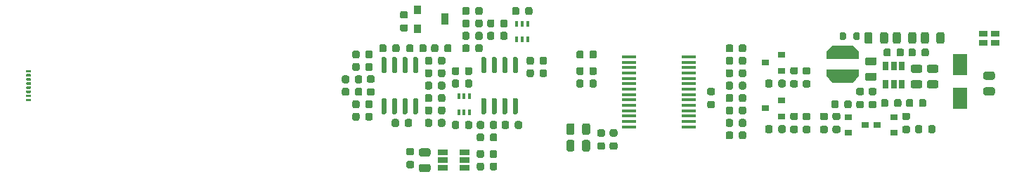
<source format=gtp>
G04 #@! TF.GenerationSoftware,KiCad,Pcbnew,5.1.8-db9833491~87~ubuntu20.04.1*
G04 #@! TF.CreationDate,2020-12-10T20:16:12-08:00*
G04 #@! TF.ProjectId,current-sense,63757272-656e-4742-9d73-656e73652e6b,rev?*
G04 #@! TF.SameCoordinates,Original*
G04 #@! TF.FileFunction,Paste,Top*
G04 #@! TF.FilePolarity,Positive*
%FSLAX46Y46*%
G04 Gerber Fmt 4.6, Leading zero omitted, Abs format (unit mm)*
G04 Created by KiCad (PCBNEW 5.1.8-db9833491~87~ubuntu20.04.1) date 2020-12-10 20:16:12*
%MOMM*%
%LPD*%
G01*
G04 APERTURE LIST*
%ADD10R,1.800000X2.500000*%
%ADD11R,0.900000X1.100000*%
%ADD12R,0.900000X1.400000*%
%ADD13C,0.100000*%
%ADD14R,0.900000X0.800000*%
%ADD15R,1.000000X0.800000*%
%ADD16R,0.650000X1.060000*%
%ADD17R,0.400000X0.650000*%
%ADD18R,1.750000X0.450000*%
%ADD19R,1.220000X0.650000*%
G04 APERTURE END LIST*
G36*
G01*
X56425000Y42250000D02*
X56425000Y41750000D01*
G75*
G02*
X56200000Y41525000I-225000J0D01*
G01*
X55750000Y41525000D01*
G75*
G02*
X55525000Y41750000I0J225000D01*
G01*
X55525000Y42250000D01*
G75*
G02*
X55750000Y42475000I225000J0D01*
G01*
X56200000Y42475000D01*
G75*
G02*
X56425000Y42250000I0J-225000D01*
G01*
G37*
G36*
G01*
X57975000Y42250000D02*
X57975000Y41750000D01*
G75*
G02*
X57750000Y41525000I-225000J0D01*
G01*
X57300000Y41525000D01*
G75*
G02*
X57075000Y41750000I0J225000D01*
G01*
X57075000Y42250000D01*
G75*
G02*
X57300000Y42475000I225000J0D01*
G01*
X57750000Y42475000D01*
G75*
G02*
X57975000Y42250000I0J-225000D01*
G01*
G37*
G36*
G01*
X70025000Y43725000D02*
X70025000Y43175000D01*
G75*
G02*
X69825000Y42975000I-200000J0D01*
G01*
X69425000Y42975000D01*
G75*
G02*
X69225000Y43175000I0J200000D01*
G01*
X69225000Y43725000D01*
G75*
G02*
X69425000Y43925000I200000J0D01*
G01*
X69825000Y43925000D01*
G75*
G02*
X70025000Y43725000I0J-200000D01*
G01*
G37*
G36*
G01*
X71675000Y43725000D02*
X71675000Y43175000D01*
G75*
G02*
X71475000Y42975000I-200000J0D01*
G01*
X71075000Y42975000D01*
G75*
G02*
X70875000Y43175000I0J200000D01*
G01*
X70875000Y43725000D01*
G75*
G02*
X71075000Y43925000I200000J0D01*
G01*
X71475000Y43925000D01*
G75*
G02*
X71675000Y43725000I0J-200000D01*
G01*
G37*
D10*
X83750000Y40000000D03*
X83750000Y36000000D03*
D11*
X18350000Y44350000D03*
D12*
X21650000Y45500000D03*
D11*
X18350000Y46650000D03*
G36*
G01*
X74225000Y35143750D02*
X74225000Y35656250D01*
G75*
G02*
X74443750Y35875000I218750J0D01*
G01*
X74881250Y35875000D01*
G75*
G02*
X75100000Y35656250I0J-218750D01*
G01*
X75100000Y35143750D01*
G75*
G02*
X74881250Y34925000I-218750J0D01*
G01*
X74443750Y34925000D01*
G75*
G02*
X74225000Y35143750I0J218750D01*
G01*
G37*
G36*
G01*
X75800000Y35143750D02*
X75800000Y35656250D01*
G75*
G02*
X76018750Y35875000I218750J0D01*
G01*
X76456250Y35875000D01*
G75*
G02*
X76675000Y35656250I0J-218750D01*
G01*
X76675000Y35143750D01*
G75*
G02*
X76456250Y34925000I-218750J0D01*
G01*
X76018750Y34925000D01*
G75*
G02*
X75800000Y35143750I0J218750D01*
G01*
G37*
G36*
G01*
X17006250Y45600000D02*
X16493750Y45600000D01*
G75*
G02*
X16275000Y45818750I0J218750D01*
G01*
X16275000Y46256250D01*
G75*
G02*
X16493750Y46475000I218750J0D01*
G01*
X17006250Y46475000D01*
G75*
G02*
X17225000Y46256250I0J-218750D01*
G01*
X17225000Y45818750D01*
G75*
G02*
X17006250Y45600000I-218750J0D01*
G01*
G37*
G36*
G01*
X17006250Y44025000D02*
X16493750Y44025000D01*
G75*
G02*
X16275000Y44243750I0J218750D01*
G01*
X16275000Y44681250D01*
G75*
G02*
X16493750Y44900000I218750J0D01*
G01*
X17006250Y44900000D01*
G75*
G02*
X17225000Y44681250I0J-218750D01*
G01*
X17225000Y44243750D01*
G75*
G02*
X17006250Y44025000I-218750J0D01*
G01*
G37*
G36*
G01*
X79675000Y35656250D02*
X79675000Y35143750D01*
G75*
G02*
X79456250Y34925000I-218750J0D01*
G01*
X79018750Y34925000D01*
G75*
G02*
X78800000Y35143750I0J218750D01*
G01*
X78800000Y35656250D01*
G75*
G02*
X79018750Y35875000I218750J0D01*
G01*
X79456250Y35875000D01*
G75*
G02*
X79675000Y35656250I0J-218750D01*
G01*
G37*
G36*
G01*
X78100000Y35656250D02*
X78100000Y35143750D01*
G75*
G02*
X77881250Y34925000I-218750J0D01*
G01*
X77443750Y34925000D01*
G75*
G02*
X77225000Y35143750I0J218750D01*
G01*
X77225000Y35656250D01*
G75*
G02*
X77443750Y35875000I218750J0D01*
G01*
X77881250Y35875000D01*
G75*
G02*
X78100000Y35656250I0J-218750D01*
G01*
G37*
G36*
G01*
X68225000Y34993750D02*
X68225000Y35506250D01*
G75*
G02*
X68443750Y35725000I218750J0D01*
G01*
X68881250Y35725000D01*
G75*
G02*
X69100000Y35506250I0J-218750D01*
G01*
X69100000Y34993750D01*
G75*
G02*
X68881250Y34775000I-218750J0D01*
G01*
X68443750Y34775000D01*
G75*
G02*
X68225000Y34993750I0J218750D01*
G01*
G37*
G36*
G01*
X69800000Y34993750D02*
X69800000Y35506250D01*
G75*
G02*
X70018750Y35725000I218750J0D01*
G01*
X70456250Y35725000D01*
G75*
G02*
X70675000Y35506250I0J-218750D01*
G01*
X70675000Y34993750D01*
G75*
G02*
X70456250Y34775000I-218750J0D01*
G01*
X70018750Y34775000D01*
G75*
G02*
X69800000Y34993750I0J218750D01*
G01*
G37*
G36*
G01*
X72225000Y42793750D02*
X72225000Y43706250D01*
G75*
G02*
X72468750Y43950000I243750J0D01*
G01*
X72956250Y43950000D01*
G75*
G02*
X73200000Y43706250I0J-243750D01*
G01*
X73200000Y42793750D01*
G75*
G02*
X72956250Y42550000I-243750J0D01*
G01*
X72468750Y42550000D01*
G75*
G02*
X72225000Y42793750I0J243750D01*
G01*
G37*
G36*
G01*
X74100000Y42793750D02*
X74100000Y43706250D01*
G75*
G02*
X74343750Y43950000I243750J0D01*
G01*
X74831250Y43950000D01*
G75*
G02*
X75075000Y43706250I0J-243750D01*
G01*
X75075000Y42793750D01*
G75*
G02*
X74831250Y42550000I-243750J0D01*
G01*
X74343750Y42550000D01*
G75*
G02*
X74100000Y42793750I0J243750D01*
G01*
G37*
G36*
G01*
X72543750Y40925000D02*
X73456250Y40925000D01*
G75*
G02*
X73700000Y40681250I0J-243750D01*
G01*
X73700000Y40193750D01*
G75*
G02*
X73456250Y39950000I-243750J0D01*
G01*
X72543750Y39950000D01*
G75*
G02*
X72300000Y40193750I0J243750D01*
G01*
X72300000Y40681250D01*
G75*
G02*
X72543750Y40925000I243750J0D01*
G01*
G37*
G36*
G01*
X72543750Y39050000D02*
X73456250Y39050000D01*
G75*
G02*
X73700000Y38806250I0J-243750D01*
G01*
X73700000Y38318750D01*
G75*
G02*
X73456250Y38075000I-243750J0D01*
G01*
X72543750Y38075000D01*
G75*
G02*
X72300000Y38318750I0J243750D01*
G01*
X72300000Y38806250D01*
G75*
G02*
X72543750Y39050000I243750J0D01*
G01*
G37*
G36*
G01*
X40243750Y30650000D02*
X40756250Y30650000D01*
G75*
G02*
X40975000Y30431250I0J-218750D01*
G01*
X40975000Y29993750D01*
G75*
G02*
X40756250Y29775000I-218750J0D01*
G01*
X40243750Y29775000D01*
G75*
G02*
X40025000Y29993750I0J218750D01*
G01*
X40025000Y30431250D01*
G75*
G02*
X40243750Y30650000I218750J0D01*
G01*
G37*
G36*
G01*
X40243750Y32225000D02*
X40756250Y32225000D01*
G75*
G02*
X40975000Y32006250I0J-218750D01*
G01*
X40975000Y31568750D01*
G75*
G02*
X40756250Y31350000I-218750J0D01*
G01*
X40243750Y31350000D01*
G75*
G02*
X40025000Y31568750I0J218750D01*
G01*
X40025000Y32006250D01*
G75*
G02*
X40243750Y32225000I218750J0D01*
G01*
G37*
G36*
G01*
X41743750Y30650000D02*
X42256250Y30650000D01*
G75*
G02*
X42475000Y30431250I0J-218750D01*
G01*
X42475000Y29993750D01*
G75*
G02*
X42256250Y29775000I-218750J0D01*
G01*
X41743750Y29775000D01*
G75*
G02*
X41525000Y29993750I0J218750D01*
G01*
X41525000Y30431250D01*
G75*
G02*
X41743750Y30650000I218750J0D01*
G01*
G37*
G36*
G01*
X41743750Y32225000D02*
X42256250Y32225000D01*
G75*
G02*
X42475000Y32006250I0J-218750D01*
G01*
X42475000Y31568750D01*
G75*
G02*
X42256250Y31350000I-218750J0D01*
G01*
X41743750Y31350000D01*
G75*
G02*
X41525000Y31568750I0J218750D01*
G01*
X41525000Y32006250D01*
G75*
G02*
X41743750Y32225000I218750J0D01*
G01*
G37*
D13*
G36*
X71550000Y41530000D02*
G01*
X71550000Y40750000D01*
X67650000Y40750000D01*
X67650000Y41530000D01*
X68350000Y42350000D01*
X70850000Y42350000D01*
X71550000Y41530000D01*
G37*
G36*
X67650000Y38670000D02*
G01*
X67650000Y39450000D01*
X71550000Y39450000D01*
X71550000Y38670000D01*
X70850000Y37850000D01*
X68350000Y37850000D01*
X67650000Y38670000D01*
G37*
D14*
X60250000Y34750000D03*
X62250000Y35700000D03*
X62250000Y33800000D03*
X60250000Y40250000D03*
X62250000Y41200000D03*
X62250000Y39300000D03*
G36*
G01*
X12975000Y34006250D02*
X12975000Y33493750D01*
G75*
G02*
X12756250Y33275000I-218750J0D01*
G01*
X12318750Y33275000D01*
G75*
G02*
X12100000Y33493750I0J218750D01*
G01*
X12100000Y34006250D01*
G75*
G02*
X12318750Y34225000I218750J0D01*
G01*
X12756250Y34225000D01*
G75*
G02*
X12975000Y34006250I0J-218750D01*
G01*
G37*
G36*
G01*
X11400000Y34006250D02*
X11400000Y33493750D01*
G75*
G02*
X11181250Y33275000I-218750J0D01*
G01*
X10743750Y33275000D01*
G75*
G02*
X10525000Y33493750I0J218750D01*
G01*
X10525000Y34006250D01*
G75*
G02*
X10743750Y34225000I218750J0D01*
G01*
X11181250Y34225000D01*
G75*
G02*
X11400000Y34006250I0J-218750D01*
G01*
G37*
G36*
G01*
X10525000Y40993750D02*
X10525000Y41506250D01*
G75*
G02*
X10743750Y41725000I218750J0D01*
G01*
X11181250Y41725000D01*
G75*
G02*
X11400000Y41506250I0J-218750D01*
G01*
X11400000Y40993750D01*
G75*
G02*
X11181250Y40775000I-218750J0D01*
G01*
X10743750Y40775000D01*
G75*
G02*
X10525000Y40993750I0J218750D01*
G01*
G37*
G36*
G01*
X12100000Y40993750D02*
X12100000Y41506250D01*
G75*
G02*
X12318750Y41725000I218750J0D01*
G01*
X12756250Y41725000D01*
G75*
G02*
X12975000Y41506250I0J-218750D01*
G01*
X12975000Y40993750D01*
G75*
G02*
X12756250Y40775000I-218750J0D01*
G01*
X12318750Y40775000D01*
G75*
G02*
X12100000Y40993750I0J218750D01*
G01*
G37*
G36*
G01*
X64006250Y33350000D02*
X63493750Y33350000D01*
G75*
G02*
X63275000Y33568750I0J218750D01*
G01*
X63275000Y34006250D01*
G75*
G02*
X63493750Y34225000I218750J0D01*
G01*
X64006250Y34225000D01*
G75*
G02*
X64225000Y34006250I0J-218750D01*
G01*
X64225000Y33568750D01*
G75*
G02*
X64006250Y33350000I-218750J0D01*
G01*
G37*
G36*
G01*
X64006250Y31775000D02*
X63493750Y31775000D01*
G75*
G02*
X63275000Y31993750I0J218750D01*
G01*
X63275000Y32431250D01*
G75*
G02*
X63493750Y32650000I218750J0D01*
G01*
X64006250Y32650000D01*
G75*
G02*
X64225000Y32431250I0J-218750D01*
G01*
X64225000Y31993750D01*
G75*
G02*
X64006250Y31775000I-218750J0D01*
G01*
G37*
G36*
G01*
X61850000Y31993750D02*
X61850000Y32506250D01*
G75*
G02*
X62068750Y32725000I218750J0D01*
G01*
X62506250Y32725000D01*
G75*
G02*
X62725000Y32506250I0J-218750D01*
G01*
X62725000Y31993750D01*
G75*
G02*
X62506250Y31775000I-218750J0D01*
G01*
X62068750Y31775000D01*
G75*
G02*
X61850000Y31993750I0J218750D01*
G01*
G37*
G36*
G01*
X60275000Y31993750D02*
X60275000Y32506250D01*
G75*
G02*
X60493750Y32725000I218750J0D01*
G01*
X60931250Y32725000D01*
G75*
G02*
X61150000Y32506250I0J-218750D01*
G01*
X61150000Y31993750D01*
G75*
G02*
X60931250Y31775000I-218750J0D01*
G01*
X60493750Y31775000D01*
G75*
G02*
X60275000Y31993750I0J218750D01*
G01*
G37*
G36*
G01*
X63493750Y38150000D02*
X64006250Y38150000D01*
G75*
G02*
X64225000Y37931250I0J-218750D01*
G01*
X64225000Y37493750D01*
G75*
G02*
X64006250Y37275000I-218750J0D01*
G01*
X63493750Y37275000D01*
G75*
G02*
X63275000Y37493750I0J218750D01*
G01*
X63275000Y37931250D01*
G75*
G02*
X63493750Y38150000I218750J0D01*
G01*
G37*
G36*
G01*
X63493750Y39725000D02*
X64006250Y39725000D01*
G75*
G02*
X64225000Y39506250I0J-218750D01*
G01*
X64225000Y39068750D01*
G75*
G02*
X64006250Y38850000I-218750J0D01*
G01*
X63493750Y38850000D01*
G75*
G02*
X63275000Y39068750I0J218750D01*
G01*
X63275000Y39506250D01*
G75*
G02*
X63493750Y39725000I218750J0D01*
G01*
G37*
G36*
G01*
X61850000Y37493750D02*
X61850000Y38006250D01*
G75*
G02*
X62068750Y38225000I218750J0D01*
G01*
X62506250Y38225000D01*
G75*
G02*
X62725000Y38006250I0J-218750D01*
G01*
X62725000Y37493750D01*
G75*
G02*
X62506250Y37275000I-218750J0D01*
G01*
X62068750Y37275000D01*
G75*
G02*
X61850000Y37493750I0J218750D01*
G01*
G37*
G36*
G01*
X60275000Y37493750D02*
X60275000Y38006250D01*
G75*
G02*
X60493750Y38225000I218750J0D01*
G01*
X60931250Y38225000D01*
G75*
G02*
X61150000Y38006250I0J-218750D01*
G01*
X61150000Y37493750D01*
G75*
G02*
X60931250Y37275000I-218750J0D01*
G01*
X60493750Y37275000D01*
G75*
G02*
X60275000Y37493750I0J218750D01*
G01*
G37*
G36*
G01*
X79900000Y31993750D02*
X79900000Y32506250D01*
G75*
G02*
X80118750Y32725000I218750J0D01*
G01*
X80556250Y32725000D01*
G75*
G02*
X80775000Y32506250I0J-218750D01*
G01*
X80775000Y31993750D01*
G75*
G02*
X80556250Y31775000I-218750J0D01*
G01*
X80118750Y31775000D01*
G75*
G02*
X79900000Y31993750I0J218750D01*
G01*
G37*
G36*
G01*
X78325000Y31993750D02*
X78325000Y32506250D01*
G75*
G02*
X78543750Y32725000I218750J0D01*
G01*
X78981250Y32725000D01*
G75*
G02*
X79200000Y32506250I0J-218750D01*
G01*
X79200000Y31993750D01*
G75*
G02*
X78981250Y31775000I-218750J0D01*
G01*
X78543750Y31775000D01*
G75*
G02*
X78325000Y31993750I0J218750D01*
G01*
G37*
G36*
G01*
X67606250Y33350000D02*
X67093750Y33350000D01*
G75*
G02*
X66875000Y33568750I0J218750D01*
G01*
X66875000Y34006250D01*
G75*
G02*
X67093750Y34225000I218750J0D01*
G01*
X67606250Y34225000D01*
G75*
G02*
X67825000Y34006250I0J-218750D01*
G01*
X67825000Y33568750D01*
G75*
G02*
X67606250Y33350000I-218750J0D01*
G01*
G37*
G36*
G01*
X67606250Y31775000D02*
X67093750Y31775000D01*
G75*
G02*
X66875000Y31993750I0J218750D01*
G01*
X66875000Y32431250D01*
G75*
G02*
X67093750Y32650000I218750J0D01*
G01*
X67606250Y32650000D01*
G75*
G02*
X67825000Y32431250I0J-218750D01*
G01*
X67825000Y31993750D01*
G75*
G02*
X67606250Y31775000I-218750J0D01*
G01*
G37*
G36*
G01*
X38400000Y38006250D02*
X38400000Y37493750D01*
G75*
G02*
X38181250Y37275000I-218750J0D01*
G01*
X37743750Y37275000D01*
G75*
G02*
X37525000Y37493750I0J218750D01*
G01*
X37525000Y38006250D01*
G75*
G02*
X37743750Y38225000I218750J0D01*
G01*
X38181250Y38225000D01*
G75*
G02*
X38400000Y38006250I0J-218750D01*
G01*
G37*
G36*
G01*
X39975000Y38006250D02*
X39975000Y37493750D01*
G75*
G02*
X39756250Y37275000I-218750J0D01*
G01*
X39318750Y37275000D01*
G75*
G02*
X39100000Y37493750I0J218750D01*
G01*
X39100000Y38006250D01*
G75*
G02*
X39318750Y38225000I218750J0D01*
G01*
X39756250Y38225000D01*
G75*
G02*
X39975000Y38006250I0J-218750D01*
G01*
G37*
X75750000Y31800000D03*
X75750000Y33700000D03*
X73750000Y32750000D03*
X70300000Y33700000D03*
X70300000Y31800000D03*
X72300000Y32750000D03*
G36*
G01*
X10525000Y34993750D02*
X10525000Y35506250D01*
G75*
G02*
X10743750Y35725000I218750J0D01*
G01*
X11181250Y35725000D01*
G75*
G02*
X11400000Y35506250I0J-218750D01*
G01*
X11400000Y34993750D01*
G75*
G02*
X11181250Y34775000I-218750J0D01*
G01*
X10743750Y34775000D01*
G75*
G02*
X10525000Y34993750I0J218750D01*
G01*
G37*
G36*
G01*
X12100000Y34993750D02*
X12100000Y35506250D01*
G75*
G02*
X12318750Y35725000I218750J0D01*
G01*
X12756250Y35725000D01*
G75*
G02*
X12975000Y35506250I0J-218750D01*
G01*
X12975000Y34993750D01*
G75*
G02*
X12756250Y34775000I-218750J0D01*
G01*
X12318750Y34775000D01*
G75*
G02*
X12100000Y34993750I0J218750D01*
G01*
G37*
G36*
G01*
X10525000Y39493750D02*
X10525000Y40006250D01*
G75*
G02*
X10743750Y40225000I218750J0D01*
G01*
X11181250Y40225000D01*
G75*
G02*
X11400000Y40006250I0J-218750D01*
G01*
X11400000Y39493750D01*
G75*
G02*
X11181250Y39275000I-218750J0D01*
G01*
X10743750Y39275000D01*
G75*
G02*
X10525000Y39493750I0J218750D01*
G01*
G37*
G36*
G01*
X12100000Y39493750D02*
X12100000Y40006250D01*
G75*
G02*
X12318750Y40225000I218750J0D01*
G01*
X12756250Y40225000D01*
G75*
G02*
X12975000Y40006250I0J-218750D01*
G01*
X12975000Y39493750D01*
G75*
G02*
X12756250Y39275000I-218750J0D01*
G01*
X12318750Y39275000D01*
G75*
G02*
X12100000Y39493750I0J218750D01*
G01*
G37*
G36*
G01*
X65506250Y33350000D02*
X64993750Y33350000D01*
G75*
G02*
X64775000Y33568750I0J218750D01*
G01*
X64775000Y34006250D01*
G75*
G02*
X64993750Y34225000I218750J0D01*
G01*
X65506250Y34225000D01*
G75*
G02*
X65725000Y34006250I0J-218750D01*
G01*
X65725000Y33568750D01*
G75*
G02*
X65506250Y33350000I-218750J0D01*
G01*
G37*
G36*
G01*
X65506250Y31775000D02*
X64993750Y31775000D01*
G75*
G02*
X64775000Y31993750I0J218750D01*
G01*
X64775000Y32431250D01*
G75*
G02*
X64993750Y32650000I218750J0D01*
G01*
X65506250Y32650000D01*
G75*
G02*
X65725000Y32431250I0J-218750D01*
G01*
X65725000Y31993750D01*
G75*
G02*
X65506250Y31775000I-218750J0D01*
G01*
G37*
G36*
G01*
X64993750Y38150000D02*
X65506250Y38150000D01*
G75*
G02*
X65725000Y37931250I0J-218750D01*
G01*
X65725000Y37493750D01*
G75*
G02*
X65506250Y37275000I-218750J0D01*
G01*
X64993750Y37275000D01*
G75*
G02*
X64775000Y37493750I0J218750D01*
G01*
X64775000Y37931250D01*
G75*
G02*
X64993750Y38150000I218750J0D01*
G01*
G37*
G36*
G01*
X64993750Y39725000D02*
X65506250Y39725000D01*
G75*
G02*
X65725000Y39506250I0J-218750D01*
G01*
X65725000Y39068750D01*
G75*
G02*
X65506250Y38850000I-218750J0D01*
G01*
X64993750Y38850000D01*
G75*
G02*
X64775000Y39068750I0J218750D01*
G01*
X64775000Y39506250D01*
G75*
G02*
X64993750Y39725000I218750J0D01*
G01*
G37*
G36*
G01*
X76993750Y34225000D02*
X77506250Y34225000D01*
G75*
G02*
X77725000Y34006250I0J-218750D01*
G01*
X77725000Y33568750D01*
G75*
G02*
X77506250Y33350000I-218750J0D01*
G01*
X76993750Y33350000D01*
G75*
G02*
X76775000Y33568750I0J218750D01*
G01*
X76775000Y34006250D01*
G75*
G02*
X76993750Y34225000I218750J0D01*
G01*
G37*
G36*
G01*
X76993750Y32650000D02*
X77506250Y32650000D01*
G75*
G02*
X77725000Y32431250I0J-218750D01*
G01*
X77725000Y31993750D01*
G75*
G02*
X77506250Y31775000I-218750J0D01*
G01*
X76993750Y31775000D01*
G75*
G02*
X76775000Y31993750I0J218750D01*
G01*
X76775000Y32431250D01*
G75*
G02*
X76993750Y32650000I218750J0D01*
G01*
G37*
G36*
G01*
X69106250Y31775000D02*
X68593750Y31775000D01*
G75*
G02*
X68375000Y31993750I0J218750D01*
G01*
X68375000Y32431250D01*
G75*
G02*
X68593750Y32650000I218750J0D01*
G01*
X69106250Y32650000D01*
G75*
G02*
X69325000Y32431250I0J-218750D01*
G01*
X69325000Y31993750D01*
G75*
G02*
X69106250Y31775000I-218750J0D01*
G01*
G37*
G36*
G01*
X69106250Y33350000D02*
X68593750Y33350000D01*
G75*
G02*
X68375000Y33568750I0J218750D01*
G01*
X68375000Y34006250D01*
G75*
G02*
X68593750Y34225000I218750J0D01*
G01*
X69106250Y34225000D01*
G75*
G02*
X69325000Y34006250I0J-218750D01*
G01*
X69325000Y33568750D01*
G75*
G02*
X69106250Y33350000I-218750J0D01*
G01*
G37*
G36*
G01*
X73456250Y34775000D02*
X72943750Y34775000D01*
G75*
G02*
X72725000Y34993750I0J218750D01*
G01*
X72725000Y35431250D01*
G75*
G02*
X72943750Y35650000I218750J0D01*
G01*
X73456250Y35650000D01*
G75*
G02*
X73675000Y35431250I0J-218750D01*
G01*
X73675000Y34993750D01*
G75*
G02*
X73456250Y34775000I-218750J0D01*
G01*
G37*
G36*
G01*
X73456250Y36350000D02*
X72943750Y36350000D01*
G75*
G02*
X72725000Y36568750I0J218750D01*
G01*
X72725000Y37006250D01*
G75*
G02*
X72943750Y37225000I218750J0D01*
G01*
X73456250Y37225000D01*
G75*
G02*
X73675000Y37006250I0J-218750D01*
G01*
X73675000Y36568750D01*
G75*
G02*
X73456250Y36350000I-218750J0D01*
G01*
G37*
G36*
G01*
X71956250Y34775000D02*
X71443750Y34775000D01*
G75*
G02*
X71225000Y34993750I0J218750D01*
G01*
X71225000Y35431250D01*
G75*
G02*
X71443750Y35650000I218750J0D01*
G01*
X71956250Y35650000D01*
G75*
G02*
X72175000Y35431250I0J-218750D01*
G01*
X72175000Y34993750D01*
G75*
G02*
X71956250Y34775000I-218750J0D01*
G01*
G37*
G36*
G01*
X71956250Y36350000D02*
X71443750Y36350000D01*
G75*
G02*
X71225000Y36568750I0J218750D01*
G01*
X71225000Y37006250D01*
G75*
G02*
X71443750Y37225000I218750J0D01*
G01*
X71956250Y37225000D01*
G75*
G02*
X72175000Y37006250I0J-218750D01*
G01*
X72175000Y36568750D01*
G75*
G02*
X71956250Y36350000I-218750J0D01*
G01*
G37*
G36*
G01*
X19275000Y35743750D02*
X19275000Y36256250D01*
G75*
G02*
X19493750Y36475000I218750J0D01*
G01*
X19931250Y36475000D01*
G75*
G02*
X20150000Y36256250I0J-218750D01*
G01*
X20150000Y35743750D01*
G75*
G02*
X19931250Y35525000I-218750J0D01*
G01*
X19493750Y35525000D01*
G75*
G02*
X19275000Y35743750I0J218750D01*
G01*
G37*
G36*
G01*
X20850000Y35743750D02*
X20850000Y36256250D01*
G75*
G02*
X21068750Y36475000I218750J0D01*
G01*
X21506250Y36475000D01*
G75*
G02*
X21725000Y36256250I0J-218750D01*
G01*
X21725000Y35743750D01*
G75*
G02*
X21506250Y35525000I-218750J0D01*
G01*
X21068750Y35525000D01*
G75*
G02*
X20850000Y35743750I0J218750D01*
G01*
G37*
D15*
X88000000Y43800000D03*
X86500000Y43800000D03*
X86500000Y42700000D03*
X88000000Y42700000D03*
G36*
G01*
X53493750Y35650000D02*
X54006250Y35650000D01*
G75*
G02*
X54225000Y35431250I0J-218750D01*
G01*
X54225000Y34993750D01*
G75*
G02*
X54006250Y34775000I-218750J0D01*
G01*
X53493750Y34775000D01*
G75*
G02*
X53275000Y34993750I0J218750D01*
G01*
X53275000Y35431250D01*
G75*
G02*
X53493750Y35650000I218750J0D01*
G01*
G37*
G36*
G01*
X53493750Y37225000D02*
X54006250Y37225000D01*
G75*
G02*
X54225000Y37006250I0J-218750D01*
G01*
X54225000Y36568750D01*
G75*
G02*
X54006250Y36350000I-218750J0D01*
G01*
X53493750Y36350000D01*
G75*
G02*
X53275000Y36568750I0J218750D01*
G01*
X53275000Y37006250D01*
G75*
G02*
X53493750Y37225000I218750J0D01*
G01*
G37*
G36*
G01*
X57100000Y40243750D02*
X57100000Y40756250D01*
G75*
G02*
X57318750Y40975000I218750J0D01*
G01*
X57756250Y40975000D01*
G75*
G02*
X57975000Y40756250I0J-218750D01*
G01*
X57975000Y40243750D01*
G75*
G02*
X57756250Y40025000I-218750J0D01*
G01*
X57318750Y40025000D01*
G75*
G02*
X57100000Y40243750I0J218750D01*
G01*
G37*
G36*
G01*
X55525000Y40243750D02*
X55525000Y40756250D01*
G75*
G02*
X55743750Y40975000I218750J0D01*
G01*
X56181250Y40975000D01*
G75*
G02*
X56400000Y40756250I0J-218750D01*
G01*
X56400000Y40243750D01*
G75*
G02*
X56181250Y40025000I-218750J0D01*
G01*
X55743750Y40025000D01*
G75*
G02*
X55525000Y40243750I0J218750D01*
G01*
G37*
G36*
G01*
X86793750Y37300000D02*
X87706250Y37300000D01*
G75*
G02*
X87950000Y37056250I0J-243750D01*
G01*
X87950000Y36568750D01*
G75*
G02*
X87706250Y36325000I-243750J0D01*
G01*
X86793750Y36325000D01*
G75*
G02*
X86550000Y36568750I0J243750D01*
G01*
X86550000Y37056250D01*
G75*
G02*
X86793750Y37300000I243750J0D01*
G01*
G37*
G36*
G01*
X86793750Y39175000D02*
X87706250Y39175000D01*
G75*
G02*
X87950000Y38931250I0J-243750D01*
G01*
X87950000Y38443750D01*
G75*
G02*
X87706250Y38200000I-243750J0D01*
G01*
X86793750Y38200000D01*
G75*
G02*
X86550000Y38443750I0J243750D01*
G01*
X86550000Y38931250D01*
G75*
G02*
X86793750Y39175000I243750J0D01*
G01*
G37*
D16*
X75750000Y39850000D03*
X74800000Y39850000D03*
X76700000Y39850000D03*
X76700000Y37650000D03*
X75750000Y37650000D03*
X74800000Y37650000D03*
D17*
X31650000Y43050000D03*
X30350000Y43050000D03*
X31000000Y44950000D03*
X31000000Y43050000D03*
X30350000Y44950000D03*
X31650000Y44950000D03*
G36*
G01*
X30005000Y36000000D02*
X30305000Y36000000D01*
G75*
G02*
X30455000Y35850000I0J-150000D01*
G01*
X30455000Y34200000D01*
G75*
G02*
X30305000Y34050000I-150000J0D01*
G01*
X30005000Y34050000D01*
G75*
G02*
X29855000Y34200000I0J150000D01*
G01*
X29855000Y35850000D01*
G75*
G02*
X30005000Y36000000I150000J0D01*
G01*
G37*
G36*
G01*
X28735000Y36000000D02*
X29035000Y36000000D01*
G75*
G02*
X29185000Y35850000I0J-150000D01*
G01*
X29185000Y34200000D01*
G75*
G02*
X29035000Y34050000I-150000J0D01*
G01*
X28735000Y34050000D01*
G75*
G02*
X28585000Y34200000I0J150000D01*
G01*
X28585000Y35850000D01*
G75*
G02*
X28735000Y36000000I150000J0D01*
G01*
G37*
G36*
G01*
X27465000Y36000000D02*
X27765000Y36000000D01*
G75*
G02*
X27915000Y35850000I0J-150000D01*
G01*
X27915000Y34200000D01*
G75*
G02*
X27765000Y34050000I-150000J0D01*
G01*
X27465000Y34050000D01*
G75*
G02*
X27315000Y34200000I0J150000D01*
G01*
X27315000Y35850000D01*
G75*
G02*
X27465000Y36000000I150000J0D01*
G01*
G37*
G36*
G01*
X26195000Y36000000D02*
X26495000Y36000000D01*
G75*
G02*
X26645000Y35850000I0J-150000D01*
G01*
X26645000Y34200000D01*
G75*
G02*
X26495000Y34050000I-150000J0D01*
G01*
X26195000Y34050000D01*
G75*
G02*
X26045000Y34200000I0J150000D01*
G01*
X26045000Y35850000D01*
G75*
G02*
X26195000Y36000000I150000J0D01*
G01*
G37*
G36*
G01*
X26195000Y40950000D02*
X26495000Y40950000D01*
G75*
G02*
X26645000Y40800000I0J-150000D01*
G01*
X26645000Y39150000D01*
G75*
G02*
X26495000Y39000000I-150000J0D01*
G01*
X26195000Y39000000D01*
G75*
G02*
X26045000Y39150000I0J150000D01*
G01*
X26045000Y40800000D01*
G75*
G02*
X26195000Y40950000I150000J0D01*
G01*
G37*
G36*
G01*
X27465000Y40950000D02*
X27765000Y40950000D01*
G75*
G02*
X27915000Y40800000I0J-150000D01*
G01*
X27915000Y39150000D01*
G75*
G02*
X27765000Y39000000I-150000J0D01*
G01*
X27465000Y39000000D01*
G75*
G02*
X27315000Y39150000I0J150000D01*
G01*
X27315000Y40800000D01*
G75*
G02*
X27465000Y40950000I150000J0D01*
G01*
G37*
G36*
G01*
X28735000Y40950000D02*
X29035000Y40950000D01*
G75*
G02*
X29185000Y40800000I0J-150000D01*
G01*
X29185000Y39150000D01*
G75*
G02*
X29035000Y39000000I-150000J0D01*
G01*
X28735000Y39000000D01*
G75*
G02*
X28585000Y39150000I0J150000D01*
G01*
X28585000Y40800000D01*
G75*
G02*
X28735000Y40950000I150000J0D01*
G01*
G37*
G36*
G01*
X30005000Y40950000D02*
X30305000Y40950000D01*
G75*
G02*
X30455000Y40800000I0J-150000D01*
G01*
X30455000Y39150000D01*
G75*
G02*
X30305000Y39000000I-150000J0D01*
G01*
X30005000Y39000000D01*
G75*
G02*
X29855000Y39150000I0J150000D01*
G01*
X29855000Y40800000D01*
G75*
G02*
X30005000Y40950000I150000J0D01*
G01*
G37*
D18*
X43900000Y40975000D03*
X43900000Y40325000D03*
X43900000Y39675000D03*
X43900000Y39025000D03*
X43900000Y38375000D03*
X43900000Y37725000D03*
X43900000Y37075000D03*
X43900000Y36425000D03*
X43900000Y35775000D03*
X43900000Y35125000D03*
X43900000Y34475000D03*
X43900000Y33825000D03*
X43900000Y33175000D03*
X43900000Y32525000D03*
X51100000Y32525000D03*
X51100000Y33175000D03*
X51100000Y33825000D03*
X51100000Y34475000D03*
X51100000Y35125000D03*
X51100000Y35775000D03*
X51100000Y36425000D03*
X51100000Y37075000D03*
X51100000Y37725000D03*
X51100000Y38375000D03*
X51100000Y39025000D03*
X51100000Y39675000D03*
X51100000Y40325000D03*
X51100000Y40975000D03*
D17*
X23350000Y34300000D03*
X24650000Y34300000D03*
X24000000Y36200000D03*
X24000000Y34300000D03*
X24650000Y36200000D03*
X23350000Y36200000D03*
G36*
G01*
X14495000Y34050000D02*
X14195000Y34050000D01*
G75*
G02*
X14045000Y34200000I0J150000D01*
G01*
X14045000Y35850000D01*
G75*
G02*
X14195000Y36000000I150000J0D01*
G01*
X14495000Y36000000D01*
G75*
G02*
X14645000Y35850000I0J-150000D01*
G01*
X14645000Y34200000D01*
G75*
G02*
X14495000Y34050000I-150000J0D01*
G01*
G37*
G36*
G01*
X15765000Y34050000D02*
X15465000Y34050000D01*
G75*
G02*
X15315000Y34200000I0J150000D01*
G01*
X15315000Y35850000D01*
G75*
G02*
X15465000Y36000000I150000J0D01*
G01*
X15765000Y36000000D01*
G75*
G02*
X15915000Y35850000I0J-150000D01*
G01*
X15915000Y34200000D01*
G75*
G02*
X15765000Y34050000I-150000J0D01*
G01*
G37*
G36*
G01*
X17035000Y34050000D02*
X16735000Y34050000D01*
G75*
G02*
X16585000Y34200000I0J150000D01*
G01*
X16585000Y35850000D01*
G75*
G02*
X16735000Y36000000I150000J0D01*
G01*
X17035000Y36000000D01*
G75*
G02*
X17185000Y35850000I0J-150000D01*
G01*
X17185000Y34200000D01*
G75*
G02*
X17035000Y34050000I-150000J0D01*
G01*
G37*
G36*
G01*
X18305000Y34050000D02*
X18005000Y34050000D01*
G75*
G02*
X17855000Y34200000I0J150000D01*
G01*
X17855000Y35850000D01*
G75*
G02*
X18005000Y36000000I150000J0D01*
G01*
X18305000Y36000000D01*
G75*
G02*
X18455000Y35850000I0J-150000D01*
G01*
X18455000Y34200000D01*
G75*
G02*
X18305000Y34050000I-150000J0D01*
G01*
G37*
G36*
G01*
X18305000Y39000000D02*
X18005000Y39000000D01*
G75*
G02*
X17855000Y39150000I0J150000D01*
G01*
X17855000Y40800000D01*
G75*
G02*
X18005000Y40950000I150000J0D01*
G01*
X18305000Y40950000D01*
G75*
G02*
X18455000Y40800000I0J-150000D01*
G01*
X18455000Y39150000D01*
G75*
G02*
X18305000Y39000000I-150000J0D01*
G01*
G37*
G36*
G01*
X17035000Y39000000D02*
X16735000Y39000000D01*
G75*
G02*
X16585000Y39150000I0J150000D01*
G01*
X16585000Y40800000D01*
G75*
G02*
X16735000Y40950000I150000J0D01*
G01*
X17035000Y40950000D01*
G75*
G02*
X17185000Y40800000I0J-150000D01*
G01*
X17185000Y39150000D01*
G75*
G02*
X17035000Y39000000I-150000J0D01*
G01*
G37*
G36*
G01*
X15765000Y39000000D02*
X15465000Y39000000D01*
G75*
G02*
X15315000Y39150000I0J150000D01*
G01*
X15315000Y40800000D01*
G75*
G02*
X15465000Y40950000I150000J0D01*
G01*
X15765000Y40950000D01*
G75*
G02*
X15915000Y40800000I0J-150000D01*
G01*
X15915000Y39150000D01*
G75*
G02*
X15765000Y39000000I-150000J0D01*
G01*
G37*
G36*
G01*
X14495000Y39000000D02*
X14195000Y39000000D01*
G75*
G02*
X14045000Y39150000I0J150000D01*
G01*
X14045000Y40800000D01*
G75*
G02*
X14195000Y40950000I150000J0D01*
G01*
X14495000Y40950000D01*
G75*
G02*
X14645000Y40800000I0J-150000D01*
G01*
X14645000Y39150000D01*
G75*
G02*
X14495000Y39000000I-150000J0D01*
G01*
G37*
G36*
G01*
X-28700000Y39400000D02*
X-28250000Y39400000D01*
G75*
G02*
X-28175000Y39325000I0J-75000D01*
G01*
X-28175000Y39175000D01*
G75*
G02*
X-28250000Y39100000I-75000J0D01*
G01*
X-28700000Y39100000D01*
G75*
G02*
X-28775000Y39175000I0J75000D01*
G01*
X-28775000Y39325000D01*
G75*
G02*
X-28700000Y39400000I75000J0D01*
G01*
G37*
G36*
G01*
X-28700000Y38900000D02*
X-28250000Y38900000D01*
G75*
G02*
X-28175000Y38825000I0J-75000D01*
G01*
X-28175000Y38675000D01*
G75*
G02*
X-28250000Y38600000I-75000J0D01*
G01*
X-28700000Y38600000D01*
G75*
G02*
X-28775000Y38675000I0J75000D01*
G01*
X-28775000Y38825000D01*
G75*
G02*
X-28700000Y38900000I75000J0D01*
G01*
G37*
G36*
G01*
X-28700000Y38400000D02*
X-28250000Y38400000D01*
G75*
G02*
X-28175000Y38325000I0J-75000D01*
G01*
X-28175000Y38175000D01*
G75*
G02*
X-28250000Y38100000I-75000J0D01*
G01*
X-28700000Y38100000D01*
G75*
G02*
X-28775000Y38175000I0J75000D01*
G01*
X-28775000Y38325000D01*
G75*
G02*
X-28700000Y38400000I75000J0D01*
G01*
G37*
G36*
G01*
X-28700000Y37900000D02*
X-28250000Y37900000D01*
G75*
G02*
X-28175000Y37825000I0J-75000D01*
G01*
X-28175000Y37675000D01*
G75*
G02*
X-28250000Y37600000I-75000J0D01*
G01*
X-28700000Y37600000D01*
G75*
G02*
X-28775000Y37675000I0J75000D01*
G01*
X-28775000Y37825000D01*
G75*
G02*
X-28700000Y37900000I75000J0D01*
G01*
G37*
G36*
G01*
X-28700000Y37400000D02*
X-28250000Y37400000D01*
G75*
G02*
X-28175000Y37325000I0J-75000D01*
G01*
X-28175000Y37175000D01*
G75*
G02*
X-28250000Y37100000I-75000J0D01*
G01*
X-28700000Y37100000D01*
G75*
G02*
X-28775000Y37175000I0J75000D01*
G01*
X-28775000Y37325000D01*
G75*
G02*
X-28700000Y37400000I75000J0D01*
G01*
G37*
G36*
G01*
X-28700000Y36900000D02*
X-28250000Y36900000D01*
G75*
G02*
X-28175000Y36825000I0J-75000D01*
G01*
X-28175000Y36675000D01*
G75*
G02*
X-28250000Y36600000I-75000J0D01*
G01*
X-28700000Y36600000D01*
G75*
G02*
X-28775000Y36675000I0J75000D01*
G01*
X-28775000Y36825000D01*
G75*
G02*
X-28700000Y36900000I75000J0D01*
G01*
G37*
G36*
G01*
X-28700000Y36400000D02*
X-28250000Y36400000D01*
G75*
G02*
X-28175000Y36325000I0J-75000D01*
G01*
X-28175000Y36175000D01*
G75*
G02*
X-28250000Y36100000I-75000J0D01*
G01*
X-28700000Y36100000D01*
G75*
G02*
X-28775000Y36175000I0J75000D01*
G01*
X-28775000Y36325000D01*
G75*
G02*
X-28700000Y36400000I75000J0D01*
G01*
G37*
G36*
G01*
X-28700000Y35900000D02*
X-28250000Y35900000D01*
G75*
G02*
X-28175000Y35825000I0J-75000D01*
G01*
X-28175000Y35675000D01*
G75*
G02*
X-28250000Y35600000I-75000J0D01*
G01*
X-28700000Y35600000D01*
G75*
G02*
X-28775000Y35675000I0J75000D01*
G01*
X-28775000Y35825000D01*
G75*
G02*
X-28700000Y35900000I75000J0D01*
G01*
G37*
G36*
G01*
X56400000Y31756250D02*
X56400000Y31243750D01*
G75*
G02*
X56181250Y31025000I-218750J0D01*
G01*
X55743750Y31025000D01*
G75*
G02*
X55525000Y31243750I0J218750D01*
G01*
X55525000Y31756250D01*
G75*
G02*
X55743750Y31975000I218750J0D01*
G01*
X56181250Y31975000D01*
G75*
G02*
X56400000Y31756250I0J-218750D01*
G01*
G37*
G36*
G01*
X57975000Y31756250D02*
X57975000Y31243750D01*
G75*
G02*
X57756250Y31025000I-218750J0D01*
G01*
X57318750Y31025000D01*
G75*
G02*
X57100000Y31243750I0J218750D01*
G01*
X57100000Y31756250D01*
G75*
G02*
X57318750Y31975000I218750J0D01*
G01*
X57756250Y31975000D01*
G75*
G02*
X57975000Y31756250I0J-218750D01*
G01*
G37*
G36*
G01*
X56400000Y34756250D02*
X56400000Y34243750D01*
G75*
G02*
X56181250Y34025000I-218750J0D01*
G01*
X55743750Y34025000D01*
G75*
G02*
X55525000Y34243750I0J218750D01*
G01*
X55525000Y34756250D01*
G75*
G02*
X55743750Y34975000I218750J0D01*
G01*
X56181250Y34975000D01*
G75*
G02*
X56400000Y34756250I0J-218750D01*
G01*
G37*
G36*
G01*
X57975000Y34756250D02*
X57975000Y34243750D01*
G75*
G02*
X57756250Y34025000I-218750J0D01*
G01*
X57318750Y34025000D01*
G75*
G02*
X57100000Y34243750I0J218750D01*
G01*
X57100000Y34756250D01*
G75*
G02*
X57318750Y34975000I218750J0D01*
G01*
X57756250Y34975000D01*
G75*
G02*
X57975000Y34756250I0J-218750D01*
G01*
G37*
G36*
G01*
X26400000Y31506250D02*
X26400000Y30993750D01*
G75*
G02*
X26181250Y30775000I-218750J0D01*
G01*
X25743750Y30775000D01*
G75*
G02*
X25525000Y30993750I0J218750D01*
G01*
X25525000Y31506250D01*
G75*
G02*
X25743750Y31725000I218750J0D01*
G01*
X26181250Y31725000D01*
G75*
G02*
X26400000Y31506250I0J-218750D01*
G01*
G37*
G36*
G01*
X27975000Y31506250D02*
X27975000Y30993750D01*
G75*
G02*
X27756250Y30775000I-218750J0D01*
G01*
X27318750Y30775000D01*
G75*
G02*
X27100000Y30993750I0J218750D01*
G01*
X27100000Y31506250D01*
G75*
G02*
X27318750Y31725000I218750J0D01*
G01*
X27756250Y31725000D01*
G75*
G02*
X27975000Y31506250I0J-218750D01*
G01*
G37*
G36*
G01*
X56400000Y33256250D02*
X56400000Y32743750D01*
G75*
G02*
X56181250Y32525000I-218750J0D01*
G01*
X55743750Y32525000D01*
G75*
G02*
X55525000Y32743750I0J218750D01*
G01*
X55525000Y33256250D01*
G75*
G02*
X55743750Y33475000I218750J0D01*
G01*
X56181250Y33475000D01*
G75*
G02*
X56400000Y33256250I0J-218750D01*
G01*
G37*
G36*
G01*
X57975000Y33256250D02*
X57975000Y32743750D01*
G75*
G02*
X57756250Y32525000I-218750J0D01*
G01*
X57318750Y32525000D01*
G75*
G02*
X57100000Y32743750I0J218750D01*
G01*
X57100000Y33256250D01*
G75*
G02*
X57318750Y33475000I218750J0D01*
G01*
X57756250Y33475000D01*
G75*
G02*
X57975000Y33256250I0J-218750D01*
G01*
G37*
G36*
G01*
X56400000Y37756250D02*
X56400000Y37243750D01*
G75*
G02*
X56181250Y37025000I-218750J0D01*
G01*
X55743750Y37025000D01*
G75*
G02*
X55525000Y37243750I0J218750D01*
G01*
X55525000Y37756250D01*
G75*
G02*
X55743750Y37975000I218750J0D01*
G01*
X56181250Y37975000D01*
G75*
G02*
X56400000Y37756250I0J-218750D01*
G01*
G37*
G36*
G01*
X57975000Y37756250D02*
X57975000Y37243750D01*
G75*
G02*
X57756250Y37025000I-218750J0D01*
G01*
X57318750Y37025000D01*
G75*
G02*
X57100000Y37243750I0J218750D01*
G01*
X57100000Y37756250D01*
G75*
G02*
X57318750Y37975000I218750J0D01*
G01*
X57756250Y37975000D01*
G75*
G02*
X57975000Y37756250I0J-218750D01*
G01*
G37*
G36*
G01*
X56400000Y36256250D02*
X56400000Y35743750D01*
G75*
G02*
X56181250Y35525000I-218750J0D01*
G01*
X55743750Y35525000D01*
G75*
G02*
X55525000Y35743750I0J218750D01*
G01*
X55525000Y36256250D01*
G75*
G02*
X55743750Y36475000I218750J0D01*
G01*
X56181250Y36475000D01*
G75*
G02*
X56400000Y36256250I0J-218750D01*
G01*
G37*
G36*
G01*
X57975000Y36256250D02*
X57975000Y35743750D01*
G75*
G02*
X57756250Y35525000I-218750J0D01*
G01*
X57318750Y35525000D01*
G75*
G02*
X57100000Y35743750I0J218750D01*
G01*
X57100000Y36256250D01*
G75*
G02*
X57318750Y36475000I218750J0D01*
G01*
X57756250Y36475000D01*
G75*
G02*
X57975000Y36256250I0J-218750D01*
G01*
G37*
G36*
G01*
X75400000Y41756250D02*
X75400000Y41243750D01*
G75*
G02*
X75181250Y41025000I-218750J0D01*
G01*
X74743750Y41025000D01*
G75*
G02*
X74525000Y41243750I0J218750D01*
G01*
X74525000Y41756250D01*
G75*
G02*
X74743750Y41975000I218750J0D01*
G01*
X75181250Y41975000D01*
G75*
G02*
X75400000Y41756250I0J-218750D01*
G01*
G37*
G36*
G01*
X76975000Y41756250D02*
X76975000Y41243750D01*
G75*
G02*
X76756250Y41025000I-218750J0D01*
G01*
X76318750Y41025000D01*
G75*
G02*
X76100000Y41243750I0J218750D01*
G01*
X76100000Y41756250D01*
G75*
G02*
X76318750Y41975000I218750J0D01*
G01*
X76756250Y41975000D01*
G75*
G02*
X76975000Y41756250I0J-218750D01*
G01*
G37*
G36*
G01*
X78400000Y41756250D02*
X78400000Y41243750D01*
G75*
G02*
X78181250Y41025000I-218750J0D01*
G01*
X77743750Y41025000D01*
G75*
G02*
X77525000Y41243750I0J218750D01*
G01*
X77525000Y41756250D01*
G75*
G02*
X77743750Y41975000I218750J0D01*
G01*
X78181250Y41975000D01*
G75*
G02*
X78400000Y41756250I0J-218750D01*
G01*
G37*
G36*
G01*
X79975000Y41756250D02*
X79975000Y41243750D01*
G75*
G02*
X79756250Y41025000I-218750J0D01*
G01*
X79318750Y41025000D01*
G75*
G02*
X79100000Y41243750I0J218750D01*
G01*
X79100000Y41756250D01*
G75*
G02*
X79318750Y41975000I218750J0D01*
G01*
X79756250Y41975000D01*
G75*
G02*
X79975000Y41756250I0J-218750D01*
G01*
G37*
G36*
G01*
X32400000Y39256250D02*
X32400000Y38743750D01*
G75*
G02*
X32181250Y38525000I-218750J0D01*
G01*
X31743750Y38525000D01*
G75*
G02*
X31525000Y38743750I0J218750D01*
G01*
X31525000Y39256250D01*
G75*
G02*
X31743750Y39475000I218750J0D01*
G01*
X32181250Y39475000D01*
G75*
G02*
X32400000Y39256250I0J-218750D01*
G01*
G37*
G36*
G01*
X33975000Y39256250D02*
X33975000Y38743750D01*
G75*
G02*
X33756250Y38525000I-218750J0D01*
G01*
X33318750Y38525000D01*
G75*
G02*
X33100000Y38743750I0J218750D01*
G01*
X33100000Y39256250D01*
G75*
G02*
X33318750Y39475000I218750J0D01*
G01*
X33756250Y39475000D01*
G75*
G02*
X33975000Y39256250I0J-218750D01*
G01*
G37*
G36*
G01*
X33100000Y40243750D02*
X33100000Y40756250D01*
G75*
G02*
X33318750Y40975000I218750J0D01*
G01*
X33756250Y40975000D01*
G75*
G02*
X33975000Y40756250I0J-218750D01*
G01*
X33975000Y40243750D01*
G75*
G02*
X33756250Y40025000I-218750J0D01*
G01*
X33318750Y40025000D01*
G75*
G02*
X33100000Y40243750I0J218750D01*
G01*
G37*
G36*
G01*
X31525000Y40243750D02*
X31525000Y40756250D01*
G75*
G02*
X31743750Y40975000I218750J0D01*
G01*
X32181250Y40975000D01*
G75*
G02*
X32400000Y40756250I0J-218750D01*
G01*
X32400000Y40243750D01*
G75*
G02*
X32181250Y40025000I-218750J0D01*
G01*
X31743750Y40025000D01*
G75*
G02*
X31525000Y40243750I0J218750D01*
G01*
G37*
G36*
G01*
X27650000Y45256250D02*
X27650000Y44743750D01*
G75*
G02*
X27431250Y44525000I-218750J0D01*
G01*
X26993750Y44525000D01*
G75*
G02*
X26775000Y44743750I0J218750D01*
G01*
X26775000Y45256250D01*
G75*
G02*
X26993750Y45475000I218750J0D01*
G01*
X27431250Y45475000D01*
G75*
G02*
X27650000Y45256250I0J-218750D01*
G01*
G37*
G36*
G01*
X29225000Y45256250D02*
X29225000Y44743750D01*
G75*
G02*
X29006250Y44525000I-218750J0D01*
G01*
X28568750Y44525000D01*
G75*
G02*
X28350000Y44743750I0J218750D01*
G01*
X28350000Y45256250D01*
G75*
G02*
X28568750Y45475000I218750J0D01*
G01*
X29006250Y45475000D01*
G75*
G02*
X29225000Y45256250I0J-218750D01*
G01*
G37*
G36*
G01*
X27650000Y43756250D02*
X27650000Y43243750D01*
G75*
G02*
X27431250Y43025000I-218750J0D01*
G01*
X26993750Y43025000D01*
G75*
G02*
X26775000Y43243750I0J218750D01*
G01*
X26775000Y43756250D01*
G75*
G02*
X26993750Y43975000I218750J0D01*
G01*
X27431250Y43975000D01*
G75*
G02*
X27650000Y43756250I0J-218750D01*
G01*
G37*
G36*
G01*
X29225000Y43756250D02*
X29225000Y43243750D01*
G75*
G02*
X29006250Y43025000I-218750J0D01*
G01*
X28568750Y43025000D01*
G75*
G02*
X28350000Y43243750I0J218750D01*
G01*
X28350000Y43756250D01*
G75*
G02*
X28568750Y43975000I218750J0D01*
G01*
X29006250Y43975000D01*
G75*
G02*
X29225000Y43756250I0J-218750D01*
G01*
G37*
G36*
G01*
X24650000Y43756250D02*
X24650000Y43243750D01*
G75*
G02*
X24431250Y43025000I-218750J0D01*
G01*
X23993750Y43025000D01*
G75*
G02*
X23775000Y43243750I0J218750D01*
G01*
X23775000Y43756250D01*
G75*
G02*
X23993750Y43975000I218750J0D01*
G01*
X24431250Y43975000D01*
G75*
G02*
X24650000Y43756250I0J-218750D01*
G01*
G37*
G36*
G01*
X26225000Y43756250D02*
X26225000Y43243750D01*
G75*
G02*
X26006250Y43025000I-218750J0D01*
G01*
X25568750Y43025000D01*
G75*
G02*
X25350000Y43243750I0J218750D01*
G01*
X25350000Y43756250D01*
G75*
G02*
X25568750Y43975000I218750J0D01*
G01*
X26006250Y43975000D01*
G75*
G02*
X26225000Y43756250I0J-218750D01*
G01*
G37*
G36*
G01*
X57100000Y38743750D02*
X57100000Y39256250D01*
G75*
G02*
X57318750Y39475000I218750J0D01*
G01*
X57756250Y39475000D01*
G75*
G02*
X57975000Y39256250I0J-218750D01*
G01*
X57975000Y38743750D01*
G75*
G02*
X57756250Y38525000I-218750J0D01*
G01*
X57318750Y38525000D01*
G75*
G02*
X57100000Y38743750I0J218750D01*
G01*
G37*
G36*
G01*
X55525000Y38743750D02*
X55525000Y39256250D01*
G75*
G02*
X55743750Y39475000I218750J0D01*
G01*
X56181250Y39475000D01*
G75*
G02*
X56400000Y39256250I0J-218750D01*
G01*
X56400000Y38743750D01*
G75*
G02*
X56181250Y38525000I-218750J0D01*
G01*
X55743750Y38525000D01*
G75*
G02*
X55525000Y38743750I0J218750D01*
G01*
G37*
G36*
G01*
X24650000Y45256250D02*
X24650000Y44743750D01*
G75*
G02*
X24431250Y44525000I-218750J0D01*
G01*
X23993750Y44525000D01*
G75*
G02*
X23775000Y44743750I0J218750D01*
G01*
X23775000Y45256250D01*
G75*
G02*
X23993750Y45475000I218750J0D01*
G01*
X24431250Y45475000D01*
G75*
G02*
X24650000Y45256250I0J-218750D01*
G01*
G37*
G36*
G01*
X26225000Y45256250D02*
X26225000Y44743750D01*
G75*
G02*
X26006250Y44525000I-218750J0D01*
G01*
X25568750Y44525000D01*
G75*
G02*
X25350000Y44743750I0J218750D01*
G01*
X25350000Y45256250D01*
G75*
G02*
X25568750Y45475000I218750J0D01*
G01*
X26006250Y45475000D01*
G75*
G02*
X26225000Y45256250I0J-218750D01*
G01*
G37*
G36*
G01*
X21725000Y39256250D02*
X21725000Y38743750D01*
G75*
G02*
X21506250Y38525000I-218750J0D01*
G01*
X21068750Y38525000D01*
G75*
G02*
X20850000Y38743750I0J218750D01*
G01*
X20850000Y39256250D01*
G75*
G02*
X21068750Y39475000I218750J0D01*
G01*
X21506250Y39475000D01*
G75*
G02*
X21725000Y39256250I0J-218750D01*
G01*
G37*
G36*
G01*
X20150000Y39256250D02*
X20150000Y38743750D01*
G75*
G02*
X19931250Y38525000I-218750J0D01*
G01*
X19493750Y38525000D01*
G75*
G02*
X19275000Y38743750I0J218750D01*
G01*
X19275000Y39256250D01*
G75*
G02*
X19493750Y39475000I218750J0D01*
G01*
X19931250Y39475000D01*
G75*
G02*
X20150000Y39256250I0J-218750D01*
G01*
G37*
G36*
G01*
X39100000Y38993750D02*
X39100000Y39506250D01*
G75*
G02*
X39318750Y39725000I218750J0D01*
G01*
X39756250Y39725000D01*
G75*
G02*
X39975000Y39506250I0J-218750D01*
G01*
X39975000Y38993750D01*
G75*
G02*
X39756250Y38775000I-218750J0D01*
G01*
X39318750Y38775000D01*
G75*
G02*
X39100000Y38993750I0J218750D01*
G01*
G37*
G36*
G01*
X37525000Y38993750D02*
X37525000Y39506250D01*
G75*
G02*
X37743750Y39725000I218750J0D01*
G01*
X38181250Y39725000D01*
G75*
G02*
X38400000Y39506250I0J-218750D01*
G01*
X38400000Y38993750D01*
G75*
G02*
X38181250Y38775000I-218750J0D01*
G01*
X37743750Y38775000D01*
G75*
G02*
X37525000Y38993750I0J218750D01*
G01*
G37*
G36*
G01*
X39100000Y40993750D02*
X39100000Y41506250D01*
G75*
G02*
X39318750Y41725000I218750J0D01*
G01*
X39756250Y41725000D01*
G75*
G02*
X39975000Y41506250I0J-218750D01*
G01*
X39975000Y40993750D01*
G75*
G02*
X39756250Y40775000I-218750J0D01*
G01*
X39318750Y40775000D01*
G75*
G02*
X39100000Y40993750I0J218750D01*
G01*
G37*
G36*
G01*
X37525000Y40993750D02*
X37525000Y41506250D01*
G75*
G02*
X37743750Y41725000I218750J0D01*
G01*
X38181250Y41725000D01*
G75*
G02*
X38400000Y41506250I0J-218750D01*
G01*
X38400000Y40993750D01*
G75*
G02*
X38181250Y40775000I-218750J0D01*
G01*
X37743750Y40775000D01*
G75*
G02*
X37525000Y40993750I0J218750D01*
G01*
G37*
G36*
G01*
X19275000Y40243750D02*
X19275000Y40756250D01*
G75*
G02*
X19493750Y40975000I218750J0D01*
G01*
X19931250Y40975000D01*
G75*
G02*
X20150000Y40756250I0J-218750D01*
G01*
X20150000Y40243750D01*
G75*
G02*
X19931250Y40025000I-218750J0D01*
G01*
X19493750Y40025000D01*
G75*
G02*
X19275000Y40243750I0J218750D01*
G01*
G37*
G36*
G01*
X20850000Y40243750D02*
X20850000Y40756250D01*
G75*
G02*
X21068750Y40975000I218750J0D01*
G01*
X21506250Y40975000D01*
G75*
G02*
X21725000Y40756250I0J-218750D01*
G01*
X21725000Y40243750D01*
G75*
G02*
X21506250Y40025000I-218750J0D01*
G01*
X21068750Y40025000D01*
G75*
G02*
X20850000Y40243750I0J218750D01*
G01*
G37*
G36*
G01*
X17025000Y41743750D02*
X17025000Y42256250D01*
G75*
G02*
X17243750Y42475000I218750J0D01*
G01*
X17681250Y42475000D01*
G75*
G02*
X17900000Y42256250I0J-218750D01*
G01*
X17900000Y41743750D01*
G75*
G02*
X17681250Y41525000I-218750J0D01*
G01*
X17243750Y41525000D01*
G75*
G02*
X17025000Y41743750I0J218750D01*
G01*
G37*
G36*
G01*
X18600000Y41743750D02*
X18600000Y42256250D01*
G75*
G02*
X18818750Y42475000I218750J0D01*
G01*
X19256250Y42475000D01*
G75*
G02*
X19475000Y42256250I0J-218750D01*
G01*
X19475000Y41743750D01*
G75*
G02*
X19256250Y41525000I-218750J0D01*
G01*
X18818750Y41525000D01*
G75*
G02*
X18600000Y41743750I0J218750D01*
G01*
G37*
G36*
G01*
X20025000Y41743750D02*
X20025000Y42256250D01*
G75*
G02*
X20243750Y42475000I218750J0D01*
G01*
X20681250Y42475000D01*
G75*
G02*
X20900000Y42256250I0J-218750D01*
G01*
X20900000Y41743750D01*
G75*
G02*
X20681250Y41525000I-218750J0D01*
G01*
X20243750Y41525000D01*
G75*
G02*
X20025000Y41743750I0J218750D01*
G01*
G37*
G36*
G01*
X21600000Y41743750D02*
X21600000Y42256250D01*
G75*
G02*
X21818750Y42475000I218750J0D01*
G01*
X22256250Y42475000D01*
G75*
G02*
X22475000Y42256250I0J-218750D01*
G01*
X22475000Y41743750D01*
G75*
G02*
X22256250Y41525000I-218750J0D01*
G01*
X21818750Y41525000D01*
G75*
G02*
X21600000Y41743750I0J218750D01*
G01*
G37*
G36*
G01*
X11725000Y38506250D02*
X11725000Y37993750D01*
G75*
G02*
X11506250Y37775000I-218750J0D01*
G01*
X11068750Y37775000D01*
G75*
G02*
X10850000Y37993750I0J218750D01*
G01*
X10850000Y38506250D01*
G75*
G02*
X11068750Y38725000I218750J0D01*
G01*
X11506250Y38725000D01*
G75*
G02*
X11725000Y38506250I0J-218750D01*
G01*
G37*
G36*
G01*
X10150000Y38506250D02*
X10150000Y37993750D01*
G75*
G02*
X9931250Y37775000I-218750J0D01*
G01*
X9493750Y37775000D01*
G75*
G02*
X9275000Y37993750I0J218750D01*
G01*
X9275000Y38506250D01*
G75*
G02*
X9493750Y38725000I218750J0D01*
G01*
X9931250Y38725000D01*
G75*
G02*
X10150000Y38506250I0J-218750D01*
G01*
G37*
G36*
G01*
X11725000Y37006250D02*
X11725000Y36493750D01*
G75*
G02*
X11506250Y36275000I-218750J0D01*
G01*
X11068750Y36275000D01*
G75*
G02*
X10850000Y36493750I0J218750D01*
G01*
X10850000Y37006250D01*
G75*
G02*
X11068750Y37225000I218750J0D01*
G01*
X11506250Y37225000D01*
G75*
G02*
X11725000Y37006250I0J-218750D01*
G01*
G37*
G36*
G01*
X10150000Y37006250D02*
X10150000Y36493750D01*
G75*
G02*
X9931250Y36275000I-218750J0D01*
G01*
X9493750Y36275000D01*
G75*
G02*
X9275000Y36493750I0J218750D01*
G01*
X9275000Y37006250D01*
G75*
G02*
X9493750Y37225000I218750J0D01*
G01*
X9931250Y37225000D01*
G75*
G02*
X10150000Y37006250I0J-218750D01*
G01*
G37*
G36*
G01*
X26400000Y29506250D02*
X26400000Y28993750D01*
G75*
G02*
X26181250Y28775000I-218750J0D01*
G01*
X25743750Y28775000D01*
G75*
G02*
X25525000Y28993750I0J218750D01*
G01*
X25525000Y29506250D01*
G75*
G02*
X25743750Y29725000I218750J0D01*
G01*
X26181250Y29725000D01*
G75*
G02*
X26400000Y29506250I0J-218750D01*
G01*
G37*
G36*
G01*
X27975000Y29506250D02*
X27975000Y28993750D01*
G75*
G02*
X27756250Y28775000I-218750J0D01*
G01*
X27318750Y28775000D01*
G75*
G02*
X27100000Y28993750I0J218750D01*
G01*
X27100000Y29506250D01*
G75*
G02*
X27318750Y29725000I218750J0D01*
G01*
X27756250Y29725000D01*
G75*
G02*
X27975000Y29506250I0J-218750D01*
G01*
G37*
G36*
G01*
X21725000Y37756250D02*
X21725000Y37243750D01*
G75*
G02*
X21506250Y37025000I-218750J0D01*
G01*
X21068750Y37025000D01*
G75*
G02*
X20850000Y37243750I0J218750D01*
G01*
X20850000Y37756250D01*
G75*
G02*
X21068750Y37975000I218750J0D01*
G01*
X21506250Y37975000D01*
G75*
G02*
X21725000Y37756250I0J-218750D01*
G01*
G37*
G36*
G01*
X20150000Y37756250D02*
X20150000Y37243750D01*
G75*
G02*
X19931250Y37025000I-218750J0D01*
G01*
X19493750Y37025000D01*
G75*
G02*
X19275000Y37243750I0J218750D01*
G01*
X19275000Y37756250D01*
G75*
G02*
X19493750Y37975000I218750J0D01*
G01*
X19931250Y37975000D01*
G75*
G02*
X20150000Y37756250I0J-218750D01*
G01*
G37*
G36*
G01*
X19275000Y34243750D02*
X19275000Y34756250D01*
G75*
G02*
X19493750Y34975000I218750J0D01*
G01*
X19931250Y34975000D01*
G75*
G02*
X20150000Y34756250I0J-218750D01*
G01*
X20150000Y34243750D01*
G75*
G02*
X19931250Y34025000I-218750J0D01*
G01*
X19493750Y34025000D01*
G75*
G02*
X19275000Y34243750I0J218750D01*
G01*
G37*
G36*
G01*
X20850000Y34243750D02*
X20850000Y34756250D01*
G75*
G02*
X21068750Y34975000I218750J0D01*
G01*
X21506250Y34975000D01*
G75*
G02*
X21725000Y34756250I0J-218750D01*
G01*
X21725000Y34243750D01*
G75*
G02*
X21506250Y34025000I-218750J0D01*
G01*
X21068750Y34025000D01*
G75*
G02*
X20850000Y34243750I0J218750D01*
G01*
G37*
G36*
G01*
X27100000Y27493750D02*
X27100000Y28006250D01*
G75*
G02*
X27318750Y28225000I218750J0D01*
G01*
X27756250Y28225000D01*
G75*
G02*
X27975000Y28006250I0J-218750D01*
G01*
X27975000Y27493750D01*
G75*
G02*
X27756250Y27275000I-218750J0D01*
G01*
X27318750Y27275000D01*
G75*
G02*
X27100000Y27493750I0J218750D01*
G01*
G37*
G36*
G01*
X25525000Y27493750D02*
X25525000Y28006250D01*
G75*
G02*
X25743750Y28225000I218750J0D01*
G01*
X26181250Y28225000D01*
G75*
G02*
X26400000Y28006250I0J-218750D01*
G01*
X26400000Y27493750D01*
G75*
G02*
X26181250Y27275000I-218750J0D01*
G01*
X25743750Y27275000D01*
G75*
G02*
X25525000Y27493750I0J218750D01*
G01*
G37*
D19*
X21440000Y27550000D03*
X21440000Y28500000D03*
X21440000Y29450000D03*
X24060000Y29450000D03*
X24060000Y28500000D03*
X24060000Y27550000D03*
G36*
G01*
X79025000Y42793750D02*
X79025000Y43706250D01*
G75*
G02*
X79268750Y43950000I243750J0D01*
G01*
X79756250Y43950000D01*
G75*
G02*
X80000000Y43706250I0J-243750D01*
G01*
X80000000Y42793750D01*
G75*
G02*
X79756250Y42550000I-243750J0D01*
G01*
X79268750Y42550000D01*
G75*
G02*
X79025000Y42793750I0J243750D01*
G01*
G37*
G36*
G01*
X80900000Y42793750D02*
X80900000Y43706250D01*
G75*
G02*
X81143750Y43950000I243750J0D01*
G01*
X81631250Y43950000D01*
G75*
G02*
X81875000Y43706250I0J-243750D01*
G01*
X81875000Y42793750D01*
G75*
G02*
X81631250Y42550000I-243750J0D01*
G01*
X81143750Y42550000D01*
G75*
G02*
X80900000Y42793750I0J243750D01*
G01*
G37*
G36*
G01*
X78475000Y43706250D02*
X78475000Y42793750D01*
G75*
G02*
X78231250Y42550000I-243750J0D01*
G01*
X77743750Y42550000D01*
G75*
G02*
X77500000Y42793750I0J243750D01*
G01*
X77500000Y43706250D01*
G75*
G02*
X77743750Y43950000I243750J0D01*
G01*
X78231250Y43950000D01*
G75*
G02*
X78475000Y43706250I0J-243750D01*
G01*
G37*
G36*
G01*
X76600000Y43706250D02*
X76600000Y42793750D01*
G75*
G02*
X76356250Y42550000I-243750J0D01*
G01*
X75868750Y42550000D01*
G75*
G02*
X75625000Y42793750I0J243750D01*
G01*
X75625000Y43706250D01*
G75*
G02*
X75868750Y43950000I243750J0D01*
G01*
X76356250Y43950000D01*
G75*
G02*
X76600000Y43706250I0J-243750D01*
G01*
G37*
G36*
G01*
X78043750Y38150000D02*
X78956250Y38150000D01*
G75*
G02*
X79200000Y37906250I0J-243750D01*
G01*
X79200000Y37418750D01*
G75*
G02*
X78956250Y37175000I-243750J0D01*
G01*
X78043750Y37175000D01*
G75*
G02*
X77800000Y37418750I0J243750D01*
G01*
X77800000Y37906250D01*
G75*
G02*
X78043750Y38150000I243750J0D01*
G01*
G37*
G36*
G01*
X78043750Y40025000D02*
X78956250Y40025000D01*
G75*
G02*
X79200000Y39781250I0J-243750D01*
G01*
X79200000Y39293750D01*
G75*
G02*
X78956250Y39050000I-243750J0D01*
G01*
X78043750Y39050000D01*
G75*
G02*
X77800000Y39293750I0J243750D01*
G01*
X77800000Y39781250D01*
G75*
G02*
X78043750Y40025000I243750J0D01*
G01*
G37*
G36*
G01*
X79993750Y38150000D02*
X80906250Y38150000D01*
G75*
G02*
X81150000Y37906250I0J-243750D01*
G01*
X81150000Y37418750D01*
G75*
G02*
X80906250Y37175000I-243750J0D01*
G01*
X79993750Y37175000D01*
G75*
G02*
X79750000Y37418750I0J243750D01*
G01*
X79750000Y37906250D01*
G75*
G02*
X79993750Y38150000I243750J0D01*
G01*
G37*
G36*
G01*
X79993750Y40025000D02*
X80906250Y40025000D01*
G75*
G02*
X81150000Y39781250I0J-243750D01*
G01*
X81150000Y39293750D01*
G75*
G02*
X80906250Y39050000I-243750J0D01*
G01*
X79993750Y39050000D01*
G75*
G02*
X79750000Y39293750I0J243750D01*
G01*
X79750000Y39781250D01*
G75*
G02*
X79993750Y40025000I243750J0D01*
G01*
G37*
G36*
G01*
X22525000Y32493750D02*
X22525000Y33006250D01*
G75*
G02*
X22743750Y33225000I218750J0D01*
G01*
X23181250Y33225000D01*
G75*
G02*
X23400000Y33006250I0J-218750D01*
G01*
X23400000Y32493750D01*
G75*
G02*
X23181250Y32275000I-218750J0D01*
G01*
X22743750Y32275000D01*
G75*
G02*
X22525000Y32493750I0J218750D01*
G01*
G37*
G36*
G01*
X24100000Y32493750D02*
X24100000Y33006250D01*
G75*
G02*
X24318750Y33225000I218750J0D01*
G01*
X24756250Y33225000D01*
G75*
G02*
X24975000Y33006250I0J-218750D01*
G01*
X24975000Y32493750D01*
G75*
G02*
X24756250Y32275000I-218750J0D01*
G01*
X24318750Y32275000D01*
G75*
G02*
X24100000Y32493750I0J218750D01*
G01*
G37*
G36*
G01*
X25350000Y41743750D02*
X25350000Y42256250D01*
G75*
G02*
X25568750Y42475000I218750J0D01*
G01*
X26006250Y42475000D01*
G75*
G02*
X26225000Y42256250I0J-218750D01*
G01*
X26225000Y41743750D01*
G75*
G02*
X26006250Y41525000I-218750J0D01*
G01*
X25568750Y41525000D01*
G75*
G02*
X25350000Y41743750I0J218750D01*
G01*
G37*
G36*
G01*
X23775000Y41743750D02*
X23775000Y42256250D01*
G75*
G02*
X23993750Y42475000I218750J0D01*
G01*
X24431250Y42475000D01*
G75*
G02*
X24650000Y42256250I0J-218750D01*
G01*
X24650000Y41743750D01*
G75*
G02*
X24431250Y41525000I-218750J0D01*
G01*
X23993750Y41525000D01*
G75*
G02*
X23775000Y41743750I0J218750D01*
G01*
G37*
G36*
G01*
X30975000Y33006250D02*
X30975000Y32493750D01*
G75*
G02*
X30756250Y32275000I-218750J0D01*
G01*
X30318750Y32275000D01*
G75*
G02*
X30100000Y32493750I0J218750D01*
G01*
X30100000Y33006250D01*
G75*
G02*
X30318750Y33225000I218750J0D01*
G01*
X30756250Y33225000D01*
G75*
G02*
X30975000Y33006250I0J-218750D01*
G01*
G37*
G36*
G01*
X29400000Y33006250D02*
X29400000Y32493750D01*
G75*
G02*
X29181250Y32275000I-218750J0D01*
G01*
X28743750Y32275000D01*
G75*
G02*
X28525000Y32493750I0J218750D01*
G01*
X28525000Y33006250D01*
G75*
G02*
X28743750Y33225000I218750J0D01*
G01*
X29181250Y33225000D01*
G75*
G02*
X29400000Y33006250I0J-218750D01*
G01*
G37*
G36*
G01*
X36325000Y31793750D02*
X36325000Y32706250D01*
G75*
G02*
X36568750Y32950000I243750J0D01*
G01*
X37056250Y32950000D01*
G75*
G02*
X37300000Y32706250I0J-243750D01*
G01*
X37300000Y31793750D01*
G75*
G02*
X37056250Y31550000I-243750J0D01*
G01*
X36568750Y31550000D01*
G75*
G02*
X36325000Y31793750I0J243750D01*
G01*
G37*
G36*
G01*
X38200000Y31793750D02*
X38200000Y32706250D01*
G75*
G02*
X38443750Y32950000I243750J0D01*
G01*
X38931250Y32950000D01*
G75*
G02*
X39175000Y32706250I0J-243750D01*
G01*
X39175000Y31793750D01*
G75*
G02*
X38931250Y31550000I-243750J0D01*
G01*
X38443750Y31550000D01*
G75*
G02*
X38200000Y31793750I0J243750D01*
G01*
G37*
G36*
G01*
X39175000Y30706250D02*
X39175000Y29793750D01*
G75*
G02*
X38931250Y29550000I-243750J0D01*
G01*
X38443750Y29550000D01*
G75*
G02*
X38200000Y29793750I0J243750D01*
G01*
X38200000Y30706250D01*
G75*
G02*
X38443750Y30950000I243750J0D01*
G01*
X38931250Y30950000D01*
G75*
G02*
X39175000Y30706250I0J-243750D01*
G01*
G37*
G36*
G01*
X37300000Y30706250D02*
X37300000Y29793750D01*
G75*
G02*
X37056250Y29550000I-243750J0D01*
G01*
X36568750Y29550000D01*
G75*
G02*
X36325000Y29793750I0J243750D01*
G01*
X36325000Y30706250D01*
G75*
G02*
X36568750Y30950000I243750J0D01*
G01*
X37056250Y30950000D01*
G75*
G02*
X37300000Y30706250I0J-243750D01*
G01*
G37*
G36*
G01*
X30650000Y46756250D02*
X30650000Y46243750D01*
G75*
G02*
X30431250Y46025000I-218750J0D01*
G01*
X29993750Y46025000D01*
G75*
G02*
X29775000Y46243750I0J218750D01*
G01*
X29775000Y46756250D01*
G75*
G02*
X29993750Y46975000I218750J0D01*
G01*
X30431250Y46975000D01*
G75*
G02*
X30650000Y46756250I0J-218750D01*
G01*
G37*
G36*
G01*
X32225000Y46756250D02*
X32225000Y46243750D01*
G75*
G02*
X32006250Y46025000I-218750J0D01*
G01*
X31568750Y46025000D01*
G75*
G02*
X31350000Y46243750I0J218750D01*
G01*
X31350000Y46756250D01*
G75*
G02*
X31568750Y46975000I218750J0D01*
G01*
X32006250Y46975000D01*
G75*
G02*
X32225000Y46756250I0J-218750D01*
G01*
G37*
G36*
G01*
X17725000Y33256250D02*
X17725000Y32743750D01*
G75*
G02*
X17506250Y32525000I-218750J0D01*
G01*
X17068750Y32525000D01*
G75*
G02*
X16850000Y32743750I0J218750D01*
G01*
X16850000Y33256250D01*
G75*
G02*
X17068750Y33475000I218750J0D01*
G01*
X17506250Y33475000D01*
G75*
G02*
X17725000Y33256250I0J-218750D01*
G01*
G37*
G36*
G01*
X16150000Y33256250D02*
X16150000Y32743750D01*
G75*
G02*
X15931250Y32525000I-218750J0D01*
G01*
X15493750Y32525000D01*
G75*
G02*
X15275000Y32743750I0J218750D01*
G01*
X15275000Y33256250D01*
G75*
G02*
X15493750Y33475000I218750J0D01*
G01*
X15931250Y33475000D01*
G75*
G02*
X16150000Y33256250I0J-218750D01*
G01*
G37*
G36*
G01*
X16225000Y42256250D02*
X16225000Y41743750D01*
G75*
G02*
X16006250Y41525000I-218750J0D01*
G01*
X15568750Y41525000D01*
G75*
G02*
X15350000Y41743750I0J218750D01*
G01*
X15350000Y42256250D01*
G75*
G02*
X15568750Y42475000I218750J0D01*
G01*
X16006250Y42475000D01*
G75*
G02*
X16225000Y42256250I0J-218750D01*
G01*
G37*
G36*
G01*
X14650000Y42256250D02*
X14650000Y41743750D01*
G75*
G02*
X14431250Y41525000I-218750J0D01*
G01*
X13993750Y41525000D01*
G75*
G02*
X13775000Y41743750I0J218750D01*
G01*
X13775000Y42256250D01*
G75*
G02*
X13993750Y42475000I218750J0D01*
G01*
X14431250Y42475000D01*
G75*
G02*
X14650000Y42256250I0J-218750D01*
G01*
G37*
G36*
G01*
X27975000Y33006250D02*
X27975000Y32493750D01*
G75*
G02*
X27756250Y32275000I-218750J0D01*
G01*
X27318750Y32275000D01*
G75*
G02*
X27100000Y32493750I0J218750D01*
G01*
X27100000Y33006250D01*
G75*
G02*
X27318750Y33225000I218750J0D01*
G01*
X27756250Y33225000D01*
G75*
G02*
X27975000Y33006250I0J-218750D01*
G01*
G37*
G36*
G01*
X26400000Y33006250D02*
X26400000Y32493750D01*
G75*
G02*
X26181250Y32275000I-218750J0D01*
G01*
X25743750Y32275000D01*
G75*
G02*
X25525000Y32493750I0J218750D01*
G01*
X25525000Y33006250D01*
G75*
G02*
X25743750Y33225000I218750J0D01*
G01*
X26181250Y33225000D01*
G75*
G02*
X26400000Y33006250I0J-218750D01*
G01*
G37*
G36*
G01*
X25350000Y46243750D02*
X25350000Y46756250D01*
G75*
G02*
X25568750Y46975000I218750J0D01*
G01*
X26006250Y46975000D01*
G75*
G02*
X26225000Y46756250I0J-218750D01*
G01*
X26225000Y46243750D01*
G75*
G02*
X26006250Y46025000I-218750J0D01*
G01*
X25568750Y46025000D01*
G75*
G02*
X25350000Y46243750I0J218750D01*
G01*
G37*
G36*
G01*
X23775000Y46243750D02*
X23775000Y46756250D01*
G75*
G02*
X23993750Y46975000I218750J0D01*
G01*
X24431250Y46975000D01*
G75*
G02*
X24650000Y46756250I0J-218750D01*
G01*
X24650000Y46243750D01*
G75*
G02*
X24431250Y46025000I-218750J0D01*
G01*
X23993750Y46025000D01*
G75*
G02*
X23775000Y46243750I0J218750D01*
G01*
G37*
G36*
G01*
X22525000Y38993750D02*
X22525000Y39506250D01*
G75*
G02*
X22743750Y39725000I218750J0D01*
G01*
X23181250Y39725000D01*
G75*
G02*
X23400000Y39506250I0J-218750D01*
G01*
X23400000Y38993750D01*
G75*
G02*
X23181250Y38775000I-218750J0D01*
G01*
X22743750Y38775000D01*
G75*
G02*
X22525000Y38993750I0J218750D01*
G01*
G37*
G36*
G01*
X24100000Y38993750D02*
X24100000Y39506250D01*
G75*
G02*
X24318750Y39725000I218750J0D01*
G01*
X24756250Y39725000D01*
G75*
G02*
X24975000Y39506250I0J-218750D01*
G01*
X24975000Y38993750D01*
G75*
G02*
X24756250Y38775000I-218750J0D01*
G01*
X24318750Y38775000D01*
G75*
G02*
X24100000Y38993750I0J218750D01*
G01*
G37*
G36*
G01*
X22525000Y37493750D02*
X22525000Y38006250D01*
G75*
G02*
X22743750Y38225000I218750J0D01*
G01*
X23181250Y38225000D01*
G75*
G02*
X23400000Y38006250I0J-218750D01*
G01*
X23400000Y37493750D01*
G75*
G02*
X23181250Y37275000I-218750J0D01*
G01*
X22743750Y37275000D01*
G75*
G02*
X22525000Y37493750I0J218750D01*
G01*
G37*
G36*
G01*
X24100000Y37493750D02*
X24100000Y38006250D01*
G75*
G02*
X24318750Y38225000I218750J0D01*
G01*
X24756250Y38225000D01*
G75*
G02*
X24975000Y38006250I0J-218750D01*
G01*
X24975000Y37493750D01*
G75*
G02*
X24756250Y37275000I-218750J0D01*
G01*
X24318750Y37275000D01*
G75*
G02*
X24100000Y37493750I0J218750D01*
G01*
G37*
G36*
G01*
X13006250Y36275000D02*
X12493750Y36275000D01*
G75*
G02*
X12275000Y36493750I0J218750D01*
G01*
X12275000Y36931250D01*
G75*
G02*
X12493750Y37150000I218750J0D01*
G01*
X13006250Y37150000D01*
G75*
G02*
X13225000Y36931250I0J-218750D01*
G01*
X13225000Y36493750D01*
G75*
G02*
X13006250Y36275000I-218750J0D01*
G01*
G37*
G36*
G01*
X13006250Y37850000D02*
X12493750Y37850000D01*
G75*
G02*
X12275000Y38068750I0J218750D01*
G01*
X12275000Y38506250D01*
G75*
G02*
X12493750Y38725000I218750J0D01*
G01*
X13006250Y38725000D01*
G75*
G02*
X13225000Y38506250I0J-218750D01*
G01*
X13225000Y38068750D01*
G75*
G02*
X13006250Y37850000I-218750J0D01*
G01*
G37*
G36*
G01*
X17756250Y29100000D02*
X17243750Y29100000D01*
G75*
G02*
X17025000Y29318750I0J218750D01*
G01*
X17025000Y29756250D01*
G75*
G02*
X17243750Y29975000I218750J0D01*
G01*
X17756250Y29975000D01*
G75*
G02*
X17975000Y29756250I0J-218750D01*
G01*
X17975000Y29318750D01*
G75*
G02*
X17756250Y29100000I-218750J0D01*
G01*
G37*
G36*
G01*
X17756250Y27525000D02*
X17243750Y27525000D01*
G75*
G02*
X17025000Y27743750I0J218750D01*
G01*
X17025000Y28181250D01*
G75*
G02*
X17243750Y28400000I218750J0D01*
G01*
X17756250Y28400000D01*
G75*
G02*
X17975000Y28181250I0J-218750D01*
G01*
X17975000Y27743750D01*
G75*
G02*
X17756250Y27525000I-218750J0D01*
G01*
G37*
G36*
G01*
X19275000Y32743750D02*
X19275000Y33256250D01*
G75*
G02*
X19493750Y33475000I218750J0D01*
G01*
X19931250Y33475000D01*
G75*
G02*
X20150000Y33256250I0J-218750D01*
G01*
X20150000Y32743750D01*
G75*
G02*
X19931250Y32525000I-218750J0D01*
G01*
X19493750Y32525000D01*
G75*
G02*
X19275000Y32743750I0J218750D01*
G01*
G37*
G36*
G01*
X20850000Y32743750D02*
X20850000Y33256250D01*
G75*
G02*
X21068750Y33475000I218750J0D01*
G01*
X21506250Y33475000D01*
G75*
G02*
X21725000Y33256250I0J-218750D01*
G01*
X21725000Y32743750D01*
G75*
G02*
X21506250Y32525000I-218750J0D01*
G01*
X21068750Y32525000D01*
G75*
G02*
X20850000Y32743750I0J218750D01*
G01*
G37*
G36*
G01*
X19706250Y28950000D02*
X18793750Y28950000D01*
G75*
G02*
X18550000Y29193750I0J243750D01*
G01*
X18550000Y29681250D01*
G75*
G02*
X18793750Y29925000I243750J0D01*
G01*
X19706250Y29925000D01*
G75*
G02*
X19950000Y29681250I0J-243750D01*
G01*
X19950000Y29193750D01*
G75*
G02*
X19706250Y28950000I-243750J0D01*
G01*
G37*
G36*
G01*
X19706250Y27075000D02*
X18793750Y27075000D01*
G75*
G02*
X18550000Y27318750I0J243750D01*
G01*
X18550000Y27806250D01*
G75*
G02*
X18793750Y28050000I243750J0D01*
G01*
X19706250Y28050000D01*
G75*
G02*
X19950000Y27806250I0J-243750D01*
G01*
X19950000Y27318750D01*
G75*
G02*
X19706250Y27075000I-243750J0D01*
G01*
G37*
M02*

</source>
